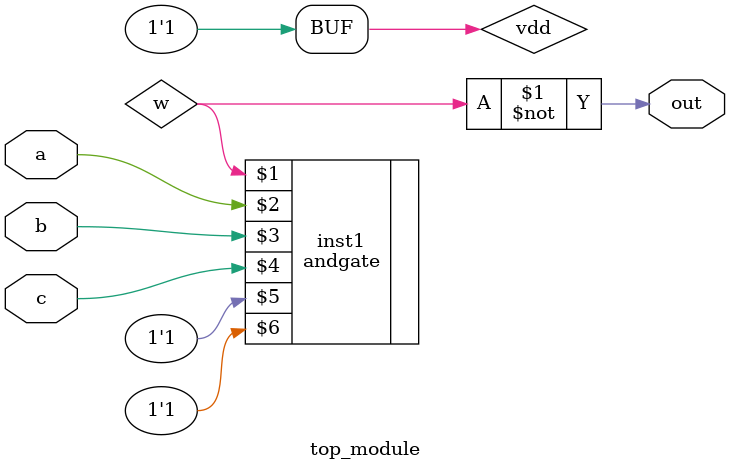
<source format=v>
module top_module (input a, input b, input c, output out);
	
    wire w;
    supply1 vdd;
    andgate inst1 (w, a, b, c, vdd, vdd);
    assign out = ~w;

endmodule
</source>
